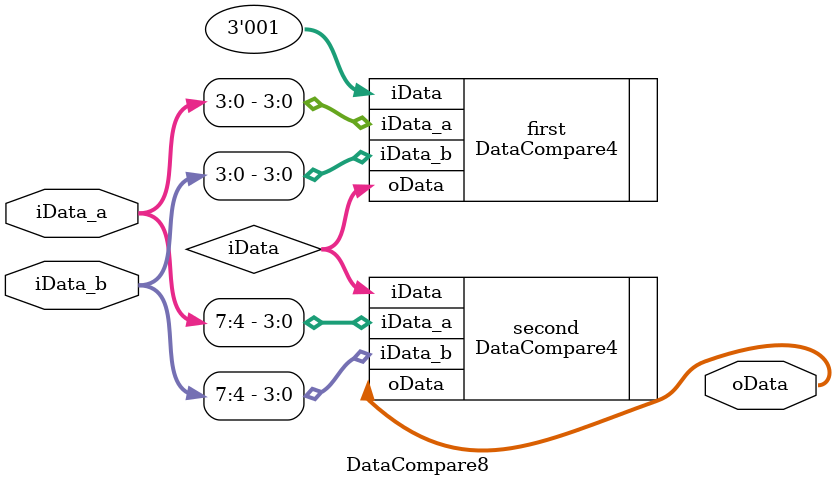
<source format=v>
`timescale 1ns / 1ps

module DataCompare8(
    input [7:0] iData_a,
    input [7:0] iData_b,
    output [2:0] oData
    );
    
    wire [2:0] iData;
    
    DataCompare4 first(.iData_a(iData_a[3:0]), .iData_b(iData_b[3:0]),
    .iData(3'b001), .oData(iData));
    DataCompare4 second(.iData_a(iData_a[7:4]), .iData_b(iData_b[7:4]),
    .iData(iData), .oData(oData));
endmodule

</source>
